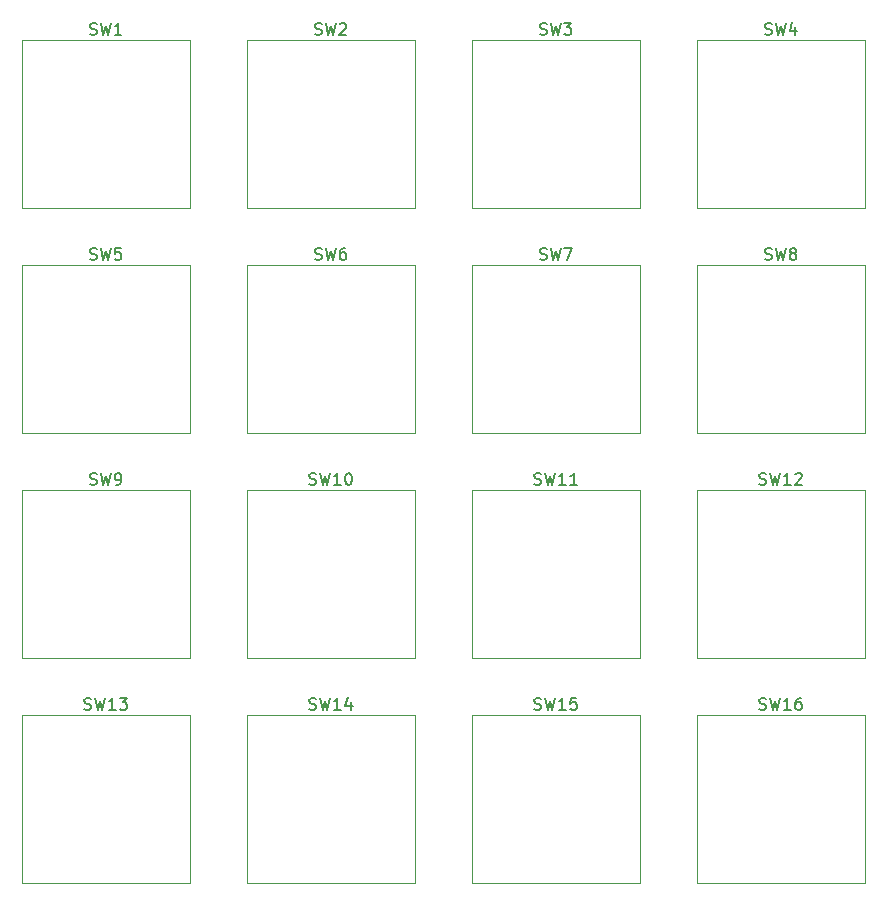
<source format=gbr>
%TF.GenerationSoftware,KiCad,Pcbnew,8.0.5*%
%TF.CreationDate,2024-10-19T01:04:11-04:00*%
%TF.ProjectId,hackpad,6861636b-7061-4642-9e6b-696361645f70,rev?*%
%TF.SameCoordinates,Original*%
%TF.FileFunction,Legend,Top*%
%TF.FilePolarity,Positive*%
%FSLAX46Y46*%
G04 Gerber Fmt 4.6, Leading zero omitted, Abs format (unit mm)*
G04 Created by KiCad (PCBNEW 8.0.5) date 2024-10-19 01:04:11*
%MOMM*%
%LPD*%
G01*
G04 APERTURE LIST*
%ADD10C,0.150000*%
%ADD11C,0.120000*%
G04 APERTURE END LIST*
D10*
X151066667Y-68607200D02*
X151209524Y-68654819D01*
X151209524Y-68654819D02*
X151447619Y-68654819D01*
X151447619Y-68654819D02*
X151542857Y-68607200D01*
X151542857Y-68607200D02*
X151590476Y-68559580D01*
X151590476Y-68559580D02*
X151638095Y-68464342D01*
X151638095Y-68464342D02*
X151638095Y-68369104D01*
X151638095Y-68369104D02*
X151590476Y-68273866D01*
X151590476Y-68273866D02*
X151542857Y-68226247D01*
X151542857Y-68226247D02*
X151447619Y-68178628D01*
X151447619Y-68178628D02*
X151257143Y-68131009D01*
X151257143Y-68131009D02*
X151161905Y-68083390D01*
X151161905Y-68083390D02*
X151114286Y-68035771D01*
X151114286Y-68035771D02*
X151066667Y-67940533D01*
X151066667Y-67940533D02*
X151066667Y-67845295D01*
X151066667Y-67845295D02*
X151114286Y-67750057D01*
X151114286Y-67750057D02*
X151161905Y-67702438D01*
X151161905Y-67702438D02*
X151257143Y-67654819D01*
X151257143Y-67654819D02*
X151495238Y-67654819D01*
X151495238Y-67654819D02*
X151638095Y-67702438D01*
X151971429Y-67654819D02*
X152209524Y-68654819D01*
X152209524Y-68654819D02*
X152400000Y-67940533D01*
X152400000Y-67940533D02*
X152590476Y-68654819D01*
X152590476Y-68654819D02*
X152828572Y-67654819D01*
X153685714Y-67654819D02*
X153209524Y-67654819D01*
X153209524Y-67654819D02*
X153161905Y-68131009D01*
X153161905Y-68131009D02*
X153209524Y-68083390D01*
X153209524Y-68083390D02*
X153304762Y-68035771D01*
X153304762Y-68035771D02*
X153542857Y-68035771D01*
X153542857Y-68035771D02*
X153638095Y-68083390D01*
X153638095Y-68083390D02*
X153685714Y-68131009D01*
X153685714Y-68131009D02*
X153733333Y-68226247D01*
X153733333Y-68226247D02*
X153733333Y-68464342D01*
X153733333Y-68464342D02*
X153685714Y-68559580D01*
X153685714Y-68559580D02*
X153638095Y-68607200D01*
X153638095Y-68607200D02*
X153542857Y-68654819D01*
X153542857Y-68654819D02*
X153304762Y-68654819D01*
X153304762Y-68654819D02*
X153209524Y-68607200D01*
X153209524Y-68607200D02*
X153161905Y-68559580D01*
X207740476Y-87657200D02*
X207883333Y-87704819D01*
X207883333Y-87704819D02*
X208121428Y-87704819D01*
X208121428Y-87704819D02*
X208216666Y-87657200D01*
X208216666Y-87657200D02*
X208264285Y-87609580D01*
X208264285Y-87609580D02*
X208311904Y-87514342D01*
X208311904Y-87514342D02*
X208311904Y-87419104D01*
X208311904Y-87419104D02*
X208264285Y-87323866D01*
X208264285Y-87323866D02*
X208216666Y-87276247D01*
X208216666Y-87276247D02*
X208121428Y-87228628D01*
X208121428Y-87228628D02*
X207930952Y-87181009D01*
X207930952Y-87181009D02*
X207835714Y-87133390D01*
X207835714Y-87133390D02*
X207788095Y-87085771D01*
X207788095Y-87085771D02*
X207740476Y-86990533D01*
X207740476Y-86990533D02*
X207740476Y-86895295D01*
X207740476Y-86895295D02*
X207788095Y-86800057D01*
X207788095Y-86800057D02*
X207835714Y-86752438D01*
X207835714Y-86752438D02*
X207930952Y-86704819D01*
X207930952Y-86704819D02*
X208169047Y-86704819D01*
X208169047Y-86704819D02*
X208311904Y-86752438D01*
X208645238Y-86704819D02*
X208883333Y-87704819D01*
X208883333Y-87704819D02*
X209073809Y-86990533D01*
X209073809Y-86990533D02*
X209264285Y-87704819D01*
X209264285Y-87704819D02*
X209502381Y-86704819D01*
X210407142Y-87704819D02*
X209835714Y-87704819D01*
X210121428Y-87704819D02*
X210121428Y-86704819D01*
X210121428Y-86704819D02*
X210026190Y-86847676D01*
X210026190Y-86847676D02*
X209930952Y-86942914D01*
X209930952Y-86942914D02*
X209835714Y-86990533D01*
X210788095Y-86800057D02*
X210835714Y-86752438D01*
X210835714Y-86752438D02*
X210930952Y-86704819D01*
X210930952Y-86704819D02*
X211169047Y-86704819D01*
X211169047Y-86704819D02*
X211264285Y-86752438D01*
X211264285Y-86752438D02*
X211311904Y-86800057D01*
X211311904Y-86800057D02*
X211359523Y-86895295D01*
X211359523Y-86895295D02*
X211359523Y-86990533D01*
X211359523Y-86990533D02*
X211311904Y-87133390D01*
X211311904Y-87133390D02*
X210740476Y-87704819D01*
X210740476Y-87704819D02*
X211359523Y-87704819D01*
X151066667Y-87657200D02*
X151209524Y-87704819D01*
X151209524Y-87704819D02*
X151447619Y-87704819D01*
X151447619Y-87704819D02*
X151542857Y-87657200D01*
X151542857Y-87657200D02*
X151590476Y-87609580D01*
X151590476Y-87609580D02*
X151638095Y-87514342D01*
X151638095Y-87514342D02*
X151638095Y-87419104D01*
X151638095Y-87419104D02*
X151590476Y-87323866D01*
X151590476Y-87323866D02*
X151542857Y-87276247D01*
X151542857Y-87276247D02*
X151447619Y-87228628D01*
X151447619Y-87228628D02*
X151257143Y-87181009D01*
X151257143Y-87181009D02*
X151161905Y-87133390D01*
X151161905Y-87133390D02*
X151114286Y-87085771D01*
X151114286Y-87085771D02*
X151066667Y-86990533D01*
X151066667Y-86990533D02*
X151066667Y-86895295D01*
X151066667Y-86895295D02*
X151114286Y-86800057D01*
X151114286Y-86800057D02*
X151161905Y-86752438D01*
X151161905Y-86752438D02*
X151257143Y-86704819D01*
X151257143Y-86704819D02*
X151495238Y-86704819D01*
X151495238Y-86704819D02*
X151638095Y-86752438D01*
X151971429Y-86704819D02*
X152209524Y-87704819D01*
X152209524Y-87704819D02*
X152400000Y-86990533D01*
X152400000Y-86990533D02*
X152590476Y-87704819D01*
X152590476Y-87704819D02*
X152828572Y-86704819D01*
X153257143Y-87704819D02*
X153447619Y-87704819D01*
X153447619Y-87704819D02*
X153542857Y-87657200D01*
X153542857Y-87657200D02*
X153590476Y-87609580D01*
X153590476Y-87609580D02*
X153685714Y-87466723D01*
X153685714Y-87466723D02*
X153733333Y-87276247D01*
X153733333Y-87276247D02*
X153733333Y-86895295D01*
X153733333Y-86895295D02*
X153685714Y-86800057D01*
X153685714Y-86800057D02*
X153638095Y-86752438D01*
X153638095Y-86752438D02*
X153542857Y-86704819D01*
X153542857Y-86704819D02*
X153352381Y-86704819D01*
X153352381Y-86704819D02*
X153257143Y-86752438D01*
X153257143Y-86752438D02*
X153209524Y-86800057D01*
X153209524Y-86800057D02*
X153161905Y-86895295D01*
X153161905Y-86895295D02*
X153161905Y-87133390D01*
X153161905Y-87133390D02*
X153209524Y-87228628D01*
X153209524Y-87228628D02*
X153257143Y-87276247D01*
X153257143Y-87276247D02*
X153352381Y-87323866D01*
X153352381Y-87323866D02*
X153542857Y-87323866D01*
X153542857Y-87323866D02*
X153638095Y-87276247D01*
X153638095Y-87276247D02*
X153685714Y-87228628D01*
X153685714Y-87228628D02*
X153733333Y-87133390D01*
X169640476Y-87657200D02*
X169783333Y-87704819D01*
X169783333Y-87704819D02*
X170021428Y-87704819D01*
X170021428Y-87704819D02*
X170116666Y-87657200D01*
X170116666Y-87657200D02*
X170164285Y-87609580D01*
X170164285Y-87609580D02*
X170211904Y-87514342D01*
X170211904Y-87514342D02*
X170211904Y-87419104D01*
X170211904Y-87419104D02*
X170164285Y-87323866D01*
X170164285Y-87323866D02*
X170116666Y-87276247D01*
X170116666Y-87276247D02*
X170021428Y-87228628D01*
X170021428Y-87228628D02*
X169830952Y-87181009D01*
X169830952Y-87181009D02*
X169735714Y-87133390D01*
X169735714Y-87133390D02*
X169688095Y-87085771D01*
X169688095Y-87085771D02*
X169640476Y-86990533D01*
X169640476Y-86990533D02*
X169640476Y-86895295D01*
X169640476Y-86895295D02*
X169688095Y-86800057D01*
X169688095Y-86800057D02*
X169735714Y-86752438D01*
X169735714Y-86752438D02*
X169830952Y-86704819D01*
X169830952Y-86704819D02*
X170069047Y-86704819D01*
X170069047Y-86704819D02*
X170211904Y-86752438D01*
X170545238Y-86704819D02*
X170783333Y-87704819D01*
X170783333Y-87704819D02*
X170973809Y-86990533D01*
X170973809Y-86990533D02*
X171164285Y-87704819D01*
X171164285Y-87704819D02*
X171402381Y-86704819D01*
X172307142Y-87704819D02*
X171735714Y-87704819D01*
X172021428Y-87704819D02*
X172021428Y-86704819D01*
X172021428Y-86704819D02*
X171926190Y-86847676D01*
X171926190Y-86847676D02*
X171830952Y-86942914D01*
X171830952Y-86942914D02*
X171735714Y-86990533D01*
X172926190Y-86704819D02*
X173021428Y-86704819D01*
X173021428Y-86704819D02*
X173116666Y-86752438D01*
X173116666Y-86752438D02*
X173164285Y-86800057D01*
X173164285Y-86800057D02*
X173211904Y-86895295D01*
X173211904Y-86895295D02*
X173259523Y-87085771D01*
X173259523Y-87085771D02*
X173259523Y-87323866D01*
X173259523Y-87323866D02*
X173211904Y-87514342D01*
X173211904Y-87514342D02*
X173164285Y-87609580D01*
X173164285Y-87609580D02*
X173116666Y-87657200D01*
X173116666Y-87657200D02*
X173021428Y-87704819D01*
X173021428Y-87704819D02*
X172926190Y-87704819D01*
X172926190Y-87704819D02*
X172830952Y-87657200D01*
X172830952Y-87657200D02*
X172783333Y-87609580D01*
X172783333Y-87609580D02*
X172735714Y-87514342D01*
X172735714Y-87514342D02*
X172688095Y-87323866D01*
X172688095Y-87323866D02*
X172688095Y-87085771D01*
X172688095Y-87085771D02*
X172735714Y-86895295D01*
X172735714Y-86895295D02*
X172783333Y-86800057D01*
X172783333Y-86800057D02*
X172830952Y-86752438D01*
X172830952Y-86752438D02*
X172926190Y-86704819D01*
X151066667Y-49557200D02*
X151209524Y-49604819D01*
X151209524Y-49604819D02*
X151447619Y-49604819D01*
X151447619Y-49604819D02*
X151542857Y-49557200D01*
X151542857Y-49557200D02*
X151590476Y-49509580D01*
X151590476Y-49509580D02*
X151638095Y-49414342D01*
X151638095Y-49414342D02*
X151638095Y-49319104D01*
X151638095Y-49319104D02*
X151590476Y-49223866D01*
X151590476Y-49223866D02*
X151542857Y-49176247D01*
X151542857Y-49176247D02*
X151447619Y-49128628D01*
X151447619Y-49128628D02*
X151257143Y-49081009D01*
X151257143Y-49081009D02*
X151161905Y-49033390D01*
X151161905Y-49033390D02*
X151114286Y-48985771D01*
X151114286Y-48985771D02*
X151066667Y-48890533D01*
X151066667Y-48890533D02*
X151066667Y-48795295D01*
X151066667Y-48795295D02*
X151114286Y-48700057D01*
X151114286Y-48700057D02*
X151161905Y-48652438D01*
X151161905Y-48652438D02*
X151257143Y-48604819D01*
X151257143Y-48604819D02*
X151495238Y-48604819D01*
X151495238Y-48604819D02*
X151638095Y-48652438D01*
X151971429Y-48604819D02*
X152209524Y-49604819D01*
X152209524Y-49604819D02*
X152400000Y-48890533D01*
X152400000Y-48890533D02*
X152590476Y-49604819D01*
X152590476Y-49604819D02*
X152828572Y-48604819D01*
X153733333Y-49604819D02*
X153161905Y-49604819D01*
X153447619Y-49604819D02*
X153447619Y-48604819D01*
X153447619Y-48604819D02*
X153352381Y-48747676D01*
X153352381Y-48747676D02*
X153257143Y-48842914D01*
X153257143Y-48842914D02*
X153161905Y-48890533D01*
X208216667Y-49557200D02*
X208359524Y-49604819D01*
X208359524Y-49604819D02*
X208597619Y-49604819D01*
X208597619Y-49604819D02*
X208692857Y-49557200D01*
X208692857Y-49557200D02*
X208740476Y-49509580D01*
X208740476Y-49509580D02*
X208788095Y-49414342D01*
X208788095Y-49414342D02*
X208788095Y-49319104D01*
X208788095Y-49319104D02*
X208740476Y-49223866D01*
X208740476Y-49223866D02*
X208692857Y-49176247D01*
X208692857Y-49176247D02*
X208597619Y-49128628D01*
X208597619Y-49128628D02*
X208407143Y-49081009D01*
X208407143Y-49081009D02*
X208311905Y-49033390D01*
X208311905Y-49033390D02*
X208264286Y-48985771D01*
X208264286Y-48985771D02*
X208216667Y-48890533D01*
X208216667Y-48890533D02*
X208216667Y-48795295D01*
X208216667Y-48795295D02*
X208264286Y-48700057D01*
X208264286Y-48700057D02*
X208311905Y-48652438D01*
X208311905Y-48652438D02*
X208407143Y-48604819D01*
X208407143Y-48604819D02*
X208645238Y-48604819D01*
X208645238Y-48604819D02*
X208788095Y-48652438D01*
X209121429Y-48604819D02*
X209359524Y-49604819D01*
X209359524Y-49604819D02*
X209550000Y-48890533D01*
X209550000Y-48890533D02*
X209740476Y-49604819D01*
X209740476Y-49604819D02*
X209978572Y-48604819D01*
X210788095Y-48938152D02*
X210788095Y-49604819D01*
X210550000Y-48557200D02*
X210311905Y-49271485D01*
X210311905Y-49271485D02*
X210930952Y-49271485D01*
X170116667Y-68607200D02*
X170259524Y-68654819D01*
X170259524Y-68654819D02*
X170497619Y-68654819D01*
X170497619Y-68654819D02*
X170592857Y-68607200D01*
X170592857Y-68607200D02*
X170640476Y-68559580D01*
X170640476Y-68559580D02*
X170688095Y-68464342D01*
X170688095Y-68464342D02*
X170688095Y-68369104D01*
X170688095Y-68369104D02*
X170640476Y-68273866D01*
X170640476Y-68273866D02*
X170592857Y-68226247D01*
X170592857Y-68226247D02*
X170497619Y-68178628D01*
X170497619Y-68178628D02*
X170307143Y-68131009D01*
X170307143Y-68131009D02*
X170211905Y-68083390D01*
X170211905Y-68083390D02*
X170164286Y-68035771D01*
X170164286Y-68035771D02*
X170116667Y-67940533D01*
X170116667Y-67940533D02*
X170116667Y-67845295D01*
X170116667Y-67845295D02*
X170164286Y-67750057D01*
X170164286Y-67750057D02*
X170211905Y-67702438D01*
X170211905Y-67702438D02*
X170307143Y-67654819D01*
X170307143Y-67654819D02*
X170545238Y-67654819D01*
X170545238Y-67654819D02*
X170688095Y-67702438D01*
X171021429Y-67654819D02*
X171259524Y-68654819D01*
X171259524Y-68654819D02*
X171450000Y-67940533D01*
X171450000Y-67940533D02*
X171640476Y-68654819D01*
X171640476Y-68654819D02*
X171878572Y-67654819D01*
X172688095Y-67654819D02*
X172497619Y-67654819D01*
X172497619Y-67654819D02*
X172402381Y-67702438D01*
X172402381Y-67702438D02*
X172354762Y-67750057D01*
X172354762Y-67750057D02*
X172259524Y-67892914D01*
X172259524Y-67892914D02*
X172211905Y-68083390D01*
X172211905Y-68083390D02*
X172211905Y-68464342D01*
X172211905Y-68464342D02*
X172259524Y-68559580D01*
X172259524Y-68559580D02*
X172307143Y-68607200D01*
X172307143Y-68607200D02*
X172402381Y-68654819D01*
X172402381Y-68654819D02*
X172592857Y-68654819D01*
X172592857Y-68654819D02*
X172688095Y-68607200D01*
X172688095Y-68607200D02*
X172735714Y-68559580D01*
X172735714Y-68559580D02*
X172783333Y-68464342D01*
X172783333Y-68464342D02*
X172783333Y-68226247D01*
X172783333Y-68226247D02*
X172735714Y-68131009D01*
X172735714Y-68131009D02*
X172688095Y-68083390D01*
X172688095Y-68083390D02*
X172592857Y-68035771D01*
X172592857Y-68035771D02*
X172402381Y-68035771D01*
X172402381Y-68035771D02*
X172307143Y-68083390D01*
X172307143Y-68083390D02*
X172259524Y-68131009D01*
X172259524Y-68131009D02*
X172211905Y-68226247D01*
X207740476Y-106707200D02*
X207883333Y-106754819D01*
X207883333Y-106754819D02*
X208121428Y-106754819D01*
X208121428Y-106754819D02*
X208216666Y-106707200D01*
X208216666Y-106707200D02*
X208264285Y-106659580D01*
X208264285Y-106659580D02*
X208311904Y-106564342D01*
X208311904Y-106564342D02*
X208311904Y-106469104D01*
X208311904Y-106469104D02*
X208264285Y-106373866D01*
X208264285Y-106373866D02*
X208216666Y-106326247D01*
X208216666Y-106326247D02*
X208121428Y-106278628D01*
X208121428Y-106278628D02*
X207930952Y-106231009D01*
X207930952Y-106231009D02*
X207835714Y-106183390D01*
X207835714Y-106183390D02*
X207788095Y-106135771D01*
X207788095Y-106135771D02*
X207740476Y-106040533D01*
X207740476Y-106040533D02*
X207740476Y-105945295D01*
X207740476Y-105945295D02*
X207788095Y-105850057D01*
X207788095Y-105850057D02*
X207835714Y-105802438D01*
X207835714Y-105802438D02*
X207930952Y-105754819D01*
X207930952Y-105754819D02*
X208169047Y-105754819D01*
X208169047Y-105754819D02*
X208311904Y-105802438D01*
X208645238Y-105754819D02*
X208883333Y-106754819D01*
X208883333Y-106754819D02*
X209073809Y-106040533D01*
X209073809Y-106040533D02*
X209264285Y-106754819D01*
X209264285Y-106754819D02*
X209502381Y-105754819D01*
X210407142Y-106754819D02*
X209835714Y-106754819D01*
X210121428Y-106754819D02*
X210121428Y-105754819D01*
X210121428Y-105754819D02*
X210026190Y-105897676D01*
X210026190Y-105897676D02*
X209930952Y-105992914D01*
X209930952Y-105992914D02*
X209835714Y-106040533D01*
X211264285Y-105754819D02*
X211073809Y-105754819D01*
X211073809Y-105754819D02*
X210978571Y-105802438D01*
X210978571Y-105802438D02*
X210930952Y-105850057D01*
X210930952Y-105850057D02*
X210835714Y-105992914D01*
X210835714Y-105992914D02*
X210788095Y-106183390D01*
X210788095Y-106183390D02*
X210788095Y-106564342D01*
X210788095Y-106564342D02*
X210835714Y-106659580D01*
X210835714Y-106659580D02*
X210883333Y-106707200D01*
X210883333Y-106707200D02*
X210978571Y-106754819D01*
X210978571Y-106754819D02*
X211169047Y-106754819D01*
X211169047Y-106754819D02*
X211264285Y-106707200D01*
X211264285Y-106707200D02*
X211311904Y-106659580D01*
X211311904Y-106659580D02*
X211359523Y-106564342D01*
X211359523Y-106564342D02*
X211359523Y-106326247D01*
X211359523Y-106326247D02*
X211311904Y-106231009D01*
X211311904Y-106231009D02*
X211264285Y-106183390D01*
X211264285Y-106183390D02*
X211169047Y-106135771D01*
X211169047Y-106135771D02*
X210978571Y-106135771D01*
X210978571Y-106135771D02*
X210883333Y-106183390D01*
X210883333Y-106183390D02*
X210835714Y-106231009D01*
X210835714Y-106231009D02*
X210788095Y-106326247D01*
X170116667Y-49557200D02*
X170259524Y-49604819D01*
X170259524Y-49604819D02*
X170497619Y-49604819D01*
X170497619Y-49604819D02*
X170592857Y-49557200D01*
X170592857Y-49557200D02*
X170640476Y-49509580D01*
X170640476Y-49509580D02*
X170688095Y-49414342D01*
X170688095Y-49414342D02*
X170688095Y-49319104D01*
X170688095Y-49319104D02*
X170640476Y-49223866D01*
X170640476Y-49223866D02*
X170592857Y-49176247D01*
X170592857Y-49176247D02*
X170497619Y-49128628D01*
X170497619Y-49128628D02*
X170307143Y-49081009D01*
X170307143Y-49081009D02*
X170211905Y-49033390D01*
X170211905Y-49033390D02*
X170164286Y-48985771D01*
X170164286Y-48985771D02*
X170116667Y-48890533D01*
X170116667Y-48890533D02*
X170116667Y-48795295D01*
X170116667Y-48795295D02*
X170164286Y-48700057D01*
X170164286Y-48700057D02*
X170211905Y-48652438D01*
X170211905Y-48652438D02*
X170307143Y-48604819D01*
X170307143Y-48604819D02*
X170545238Y-48604819D01*
X170545238Y-48604819D02*
X170688095Y-48652438D01*
X171021429Y-48604819D02*
X171259524Y-49604819D01*
X171259524Y-49604819D02*
X171450000Y-48890533D01*
X171450000Y-48890533D02*
X171640476Y-49604819D01*
X171640476Y-49604819D02*
X171878572Y-48604819D01*
X172211905Y-48700057D02*
X172259524Y-48652438D01*
X172259524Y-48652438D02*
X172354762Y-48604819D01*
X172354762Y-48604819D02*
X172592857Y-48604819D01*
X172592857Y-48604819D02*
X172688095Y-48652438D01*
X172688095Y-48652438D02*
X172735714Y-48700057D01*
X172735714Y-48700057D02*
X172783333Y-48795295D01*
X172783333Y-48795295D02*
X172783333Y-48890533D01*
X172783333Y-48890533D02*
X172735714Y-49033390D01*
X172735714Y-49033390D02*
X172164286Y-49604819D01*
X172164286Y-49604819D02*
X172783333Y-49604819D01*
X150590476Y-106707200D02*
X150733333Y-106754819D01*
X150733333Y-106754819D02*
X150971428Y-106754819D01*
X150971428Y-106754819D02*
X151066666Y-106707200D01*
X151066666Y-106707200D02*
X151114285Y-106659580D01*
X151114285Y-106659580D02*
X151161904Y-106564342D01*
X151161904Y-106564342D02*
X151161904Y-106469104D01*
X151161904Y-106469104D02*
X151114285Y-106373866D01*
X151114285Y-106373866D02*
X151066666Y-106326247D01*
X151066666Y-106326247D02*
X150971428Y-106278628D01*
X150971428Y-106278628D02*
X150780952Y-106231009D01*
X150780952Y-106231009D02*
X150685714Y-106183390D01*
X150685714Y-106183390D02*
X150638095Y-106135771D01*
X150638095Y-106135771D02*
X150590476Y-106040533D01*
X150590476Y-106040533D02*
X150590476Y-105945295D01*
X150590476Y-105945295D02*
X150638095Y-105850057D01*
X150638095Y-105850057D02*
X150685714Y-105802438D01*
X150685714Y-105802438D02*
X150780952Y-105754819D01*
X150780952Y-105754819D02*
X151019047Y-105754819D01*
X151019047Y-105754819D02*
X151161904Y-105802438D01*
X151495238Y-105754819D02*
X151733333Y-106754819D01*
X151733333Y-106754819D02*
X151923809Y-106040533D01*
X151923809Y-106040533D02*
X152114285Y-106754819D01*
X152114285Y-106754819D02*
X152352381Y-105754819D01*
X153257142Y-106754819D02*
X152685714Y-106754819D01*
X152971428Y-106754819D02*
X152971428Y-105754819D01*
X152971428Y-105754819D02*
X152876190Y-105897676D01*
X152876190Y-105897676D02*
X152780952Y-105992914D01*
X152780952Y-105992914D02*
X152685714Y-106040533D01*
X153590476Y-105754819D02*
X154209523Y-105754819D01*
X154209523Y-105754819D02*
X153876190Y-106135771D01*
X153876190Y-106135771D02*
X154019047Y-106135771D01*
X154019047Y-106135771D02*
X154114285Y-106183390D01*
X154114285Y-106183390D02*
X154161904Y-106231009D01*
X154161904Y-106231009D02*
X154209523Y-106326247D01*
X154209523Y-106326247D02*
X154209523Y-106564342D01*
X154209523Y-106564342D02*
X154161904Y-106659580D01*
X154161904Y-106659580D02*
X154114285Y-106707200D01*
X154114285Y-106707200D02*
X154019047Y-106754819D01*
X154019047Y-106754819D02*
X153733333Y-106754819D01*
X153733333Y-106754819D02*
X153638095Y-106707200D01*
X153638095Y-106707200D02*
X153590476Y-106659580D01*
X169640476Y-106707200D02*
X169783333Y-106754819D01*
X169783333Y-106754819D02*
X170021428Y-106754819D01*
X170021428Y-106754819D02*
X170116666Y-106707200D01*
X170116666Y-106707200D02*
X170164285Y-106659580D01*
X170164285Y-106659580D02*
X170211904Y-106564342D01*
X170211904Y-106564342D02*
X170211904Y-106469104D01*
X170211904Y-106469104D02*
X170164285Y-106373866D01*
X170164285Y-106373866D02*
X170116666Y-106326247D01*
X170116666Y-106326247D02*
X170021428Y-106278628D01*
X170021428Y-106278628D02*
X169830952Y-106231009D01*
X169830952Y-106231009D02*
X169735714Y-106183390D01*
X169735714Y-106183390D02*
X169688095Y-106135771D01*
X169688095Y-106135771D02*
X169640476Y-106040533D01*
X169640476Y-106040533D02*
X169640476Y-105945295D01*
X169640476Y-105945295D02*
X169688095Y-105850057D01*
X169688095Y-105850057D02*
X169735714Y-105802438D01*
X169735714Y-105802438D02*
X169830952Y-105754819D01*
X169830952Y-105754819D02*
X170069047Y-105754819D01*
X170069047Y-105754819D02*
X170211904Y-105802438D01*
X170545238Y-105754819D02*
X170783333Y-106754819D01*
X170783333Y-106754819D02*
X170973809Y-106040533D01*
X170973809Y-106040533D02*
X171164285Y-106754819D01*
X171164285Y-106754819D02*
X171402381Y-105754819D01*
X172307142Y-106754819D02*
X171735714Y-106754819D01*
X172021428Y-106754819D02*
X172021428Y-105754819D01*
X172021428Y-105754819D02*
X171926190Y-105897676D01*
X171926190Y-105897676D02*
X171830952Y-105992914D01*
X171830952Y-105992914D02*
X171735714Y-106040533D01*
X173164285Y-106088152D02*
X173164285Y-106754819D01*
X172926190Y-105707200D02*
X172688095Y-106421485D01*
X172688095Y-106421485D02*
X173307142Y-106421485D01*
X188690476Y-106707200D02*
X188833333Y-106754819D01*
X188833333Y-106754819D02*
X189071428Y-106754819D01*
X189071428Y-106754819D02*
X189166666Y-106707200D01*
X189166666Y-106707200D02*
X189214285Y-106659580D01*
X189214285Y-106659580D02*
X189261904Y-106564342D01*
X189261904Y-106564342D02*
X189261904Y-106469104D01*
X189261904Y-106469104D02*
X189214285Y-106373866D01*
X189214285Y-106373866D02*
X189166666Y-106326247D01*
X189166666Y-106326247D02*
X189071428Y-106278628D01*
X189071428Y-106278628D02*
X188880952Y-106231009D01*
X188880952Y-106231009D02*
X188785714Y-106183390D01*
X188785714Y-106183390D02*
X188738095Y-106135771D01*
X188738095Y-106135771D02*
X188690476Y-106040533D01*
X188690476Y-106040533D02*
X188690476Y-105945295D01*
X188690476Y-105945295D02*
X188738095Y-105850057D01*
X188738095Y-105850057D02*
X188785714Y-105802438D01*
X188785714Y-105802438D02*
X188880952Y-105754819D01*
X188880952Y-105754819D02*
X189119047Y-105754819D01*
X189119047Y-105754819D02*
X189261904Y-105802438D01*
X189595238Y-105754819D02*
X189833333Y-106754819D01*
X189833333Y-106754819D02*
X190023809Y-106040533D01*
X190023809Y-106040533D02*
X190214285Y-106754819D01*
X190214285Y-106754819D02*
X190452381Y-105754819D01*
X191357142Y-106754819D02*
X190785714Y-106754819D01*
X191071428Y-106754819D02*
X191071428Y-105754819D01*
X191071428Y-105754819D02*
X190976190Y-105897676D01*
X190976190Y-105897676D02*
X190880952Y-105992914D01*
X190880952Y-105992914D02*
X190785714Y-106040533D01*
X192261904Y-105754819D02*
X191785714Y-105754819D01*
X191785714Y-105754819D02*
X191738095Y-106231009D01*
X191738095Y-106231009D02*
X191785714Y-106183390D01*
X191785714Y-106183390D02*
X191880952Y-106135771D01*
X191880952Y-106135771D02*
X192119047Y-106135771D01*
X192119047Y-106135771D02*
X192214285Y-106183390D01*
X192214285Y-106183390D02*
X192261904Y-106231009D01*
X192261904Y-106231009D02*
X192309523Y-106326247D01*
X192309523Y-106326247D02*
X192309523Y-106564342D01*
X192309523Y-106564342D02*
X192261904Y-106659580D01*
X192261904Y-106659580D02*
X192214285Y-106707200D01*
X192214285Y-106707200D02*
X192119047Y-106754819D01*
X192119047Y-106754819D02*
X191880952Y-106754819D01*
X191880952Y-106754819D02*
X191785714Y-106707200D01*
X191785714Y-106707200D02*
X191738095Y-106659580D01*
X189166667Y-68607200D02*
X189309524Y-68654819D01*
X189309524Y-68654819D02*
X189547619Y-68654819D01*
X189547619Y-68654819D02*
X189642857Y-68607200D01*
X189642857Y-68607200D02*
X189690476Y-68559580D01*
X189690476Y-68559580D02*
X189738095Y-68464342D01*
X189738095Y-68464342D02*
X189738095Y-68369104D01*
X189738095Y-68369104D02*
X189690476Y-68273866D01*
X189690476Y-68273866D02*
X189642857Y-68226247D01*
X189642857Y-68226247D02*
X189547619Y-68178628D01*
X189547619Y-68178628D02*
X189357143Y-68131009D01*
X189357143Y-68131009D02*
X189261905Y-68083390D01*
X189261905Y-68083390D02*
X189214286Y-68035771D01*
X189214286Y-68035771D02*
X189166667Y-67940533D01*
X189166667Y-67940533D02*
X189166667Y-67845295D01*
X189166667Y-67845295D02*
X189214286Y-67750057D01*
X189214286Y-67750057D02*
X189261905Y-67702438D01*
X189261905Y-67702438D02*
X189357143Y-67654819D01*
X189357143Y-67654819D02*
X189595238Y-67654819D01*
X189595238Y-67654819D02*
X189738095Y-67702438D01*
X190071429Y-67654819D02*
X190309524Y-68654819D01*
X190309524Y-68654819D02*
X190500000Y-67940533D01*
X190500000Y-67940533D02*
X190690476Y-68654819D01*
X190690476Y-68654819D02*
X190928572Y-67654819D01*
X191214286Y-67654819D02*
X191880952Y-67654819D01*
X191880952Y-67654819D02*
X191452381Y-68654819D01*
X208216667Y-68607200D02*
X208359524Y-68654819D01*
X208359524Y-68654819D02*
X208597619Y-68654819D01*
X208597619Y-68654819D02*
X208692857Y-68607200D01*
X208692857Y-68607200D02*
X208740476Y-68559580D01*
X208740476Y-68559580D02*
X208788095Y-68464342D01*
X208788095Y-68464342D02*
X208788095Y-68369104D01*
X208788095Y-68369104D02*
X208740476Y-68273866D01*
X208740476Y-68273866D02*
X208692857Y-68226247D01*
X208692857Y-68226247D02*
X208597619Y-68178628D01*
X208597619Y-68178628D02*
X208407143Y-68131009D01*
X208407143Y-68131009D02*
X208311905Y-68083390D01*
X208311905Y-68083390D02*
X208264286Y-68035771D01*
X208264286Y-68035771D02*
X208216667Y-67940533D01*
X208216667Y-67940533D02*
X208216667Y-67845295D01*
X208216667Y-67845295D02*
X208264286Y-67750057D01*
X208264286Y-67750057D02*
X208311905Y-67702438D01*
X208311905Y-67702438D02*
X208407143Y-67654819D01*
X208407143Y-67654819D02*
X208645238Y-67654819D01*
X208645238Y-67654819D02*
X208788095Y-67702438D01*
X209121429Y-67654819D02*
X209359524Y-68654819D01*
X209359524Y-68654819D02*
X209550000Y-67940533D01*
X209550000Y-67940533D02*
X209740476Y-68654819D01*
X209740476Y-68654819D02*
X209978572Y-67654819D01*
X210502381Y-68083390D02*
X210407143Y-68035771D01*
X210407143Y-68035771D02*
X210359524Y-67988152D01*
X210359524Y-67988152D02*
X210311905Y-67892914D01*
X210311905Y-67892914D02*
X210311905Y-67845295D01*
X210311905Y-67845295D02*
X210359524Y-67750057D01*
X210359524Y-67750057D02*
X210407143Y-67702438D01*
X210407143Y-67702438D02*
X210502381Y-67654819D01*
X210502381Y-67654819D02*
X210692857Y-67654819D01*
X210692857Y-67654819D02*
X210788095Y-67702438D01*
X210788095Y-67702438D02*
X210835714Y-67750057D01*
X210835714Y-67750057D02*
X210883333Y-67845295D01*
X210883333Y-67845295D02*
X210883333Y-67892914D01*
X210883333Y-67892914D02*
X210835714Y-67988152D01*
X210835714Y-67988152D02*
X210788095Y-68035771D01*
X210788095Y-68035771D02*
X210692857Y-68083390D01*
X210692857Y-68083390D02*
X210502381Y-68083390D01*
X210502381Y-68083390D02*
X210407143Y-68131009D01*
X210407143Y-68131009D02*
X210359524Y-68178628D01*
X210359524Y-68178628D02*
X210311905Y-68273866D01*
X210311905Y-68273866D02*
X210311905Y-68464342D01*
X210311905Y-68464342D02*
X210359524Y-68559580D01*
X210359524Y-68559580D02*
X210407143Y-68607200D01*
X210407143Y-68607200D02*
X210502381Y-68654819D01*
X210502381Y-68654819D02*
X210692857Y-68654819D01*
X210692857Y-68654819D02*
X210788095Y-68607200D01*
X210788095Y-68607200D02*
X210835714Y-68559580D01*
X210835714Y-68559580D02*
X210883333Y-68464342D01*
X210883333Y-68464342D02*
X210883333Y-68273866D01*
X210883333Y-68273866D02*
X210835714Y-68178628D01*
X210835714Y-68178628D02*
X210788095Y-68131009D01*
X210788095Y-68131009D02*
X210692857Y-68083390D01*
X189166667Y-49557200D02*
X189309524Y-49604819D01*
X189309524Y-49604819D02*
X189547619Y-49604819D01*
X189547619Y-49604819D02*
X189642857Y-49557200D01*
X189642857Y-49557200D02*
X189690476Y-49509580D01*
X189690476Y-49509580D02*
X189738095Y-49414342D01*
X189738095Y-49414342D02*
X189738095Y-49319104D01*
X189738095Y-49319104D02*
X189690476Y-49223866D01*
X189690476Y-49223866D02*
X189642857Y-49176247D01*
X189642857Y-49176247D02*
X189547619Y-49128628D01*
X189547619Y-49128628D02*
X189357143Y-49081009D01*
X189357143Y-49081009D02*
X189261905Y-49033390D01*
X189261905Y-49033390D02*
X189214286Y-48985771D01*
X189214286Y-48985771D02*
X189166667Y-48890533D01*
X189166667Y-48890533D02*
X189166667Y-48795295D01*
X189166667Y-48795295D02*
X189214286Y-48700057D01*
X189214286Y-48700057D02*
X189261905Y-48652438D01*
X189261905Y-48652438D02*
X189357143Y-48604819D01*
X189357143Y-48604819D02*
X189595238Y-48604819D01*
X189595238Y-48604819D02*
X189738095Y-48652438D01*
X190071429Y-48604819D02*
X190309524Y-49604819D01*
X190309524Y-49604819D02*
X190500000Y-48890533D01*
X190500000Y-48890533D02*
X190690476Y-49604819D01*
X190690476Y-49604819D02*
X190928572Y-48604819D01*
X191214286Y-48604819D02*
X191833333Y-48604819D01*
X191833333Y-48604819D02*
X191500000Y-48985771D01*
X191500000Y-48985771D02*
X191642857Y-48985771D01*
X191642857Y-48985771D02*
X191738095Y-49033390D01*
X191738095Y-49033390D02*
X191785714Y-49081009D01*
X191785714Y-49081009D02*
X191833333Y-49176247D01*
X191833333Y-49176247D02*
X191833333Y-49414342D01*
X191833333Y-49414342D02*
X191785714Y-49509580D01*
X191785714Y-49509580D02*
X191738095Y-49557200D01*
X191738095Y-49557200D02*
X191642857Y-49604819D01*
X191642857Y-49604819D02*
X191357143Y-49604819D01*
X191357143Y-49604819D02*
X191261905Y-49557200D01*
X191261905Y-49557200D02*
X191214286Y-49509580D01*
X188690476Y-87657200D02*
X188833333Y-87704819D01*
X188833333Y-87704819D02*
X189071428Y-87704819D01*
X189071428Y-87704819D02*
X189166666Y-87657200D01*
X189166666Y-87657200D02*
X189214285Y-87609580D01*
X189214285Y-87609580D02*
X189261904Y-87514342D01*
X189261904Y-87514342D02*
X189261904Y-87419104D01*
X189261904Y-87419104D02*
X189214285Y-87323866D01*
X189214285Y-87323866D02*
X189166666Y-87276247D01*
X189166666Y-87276247D02*
X189071428Y-87228628D01*
X189071428Y-87228628D02*
X188880952Y-87181009D01*
X188880952Y-87181009D02*
X188785714Y-87133390D01*
X188785714Y-87133390D02*
X188738095Y-87085771D01*
X188738095Y-87085771D02*
X188690476Y-86990533D01*
X188690476Y-86990533D02*
X188690476Y-86895295D01*
X188690476Y-86895295D02*
X188738095Y-86800057D01*
X188738095Y-86800057D02*
X188785714Y-86752438D01*
X188785714Y-86752438D02*
X188880952Y-86704819D01*
X188880952Y-86704819D02*
X189119047Y-86704819D01*
X189119047Y-86704819D02*
X189261904Y-86752438D01*
X189595238Y-86704819D02*
X189833333Y-87704819D01*
X189833333Y-87704819D02*
X190023809Y-86990533D01*
X190023809Y-86990533D02*
X190214285Y-87704819D01*
X190214285Y-87704819D02*
X190452381Y-86704819D01*
X191357142Y-87704819D02*
X190785714Y-87704819D01*
X191071428Y-87704819D02*
X191071428Y-86704819D01*
X191071428Y-86704819D02*
X190976190Y-86847676D01*
X190976190Y-86847676D02*
X190880952Y-86942914D01*
X190880952Y-86942914D02*
X190785714Y-86990533D01*
X192309523Y-87704819D02*
X191738095Y-87704819D01*
X192023809Y-87704819D02*
X192023809Y-86704819D01*
X192023809Y-86704819D02*
X191928571Y-86847676D01*
X191928571Y-86847676D02*
X191833333Y-86942914D01*
X191833333Y-86942914D02*
X191738095Y-86990533D01*
D11*
%TO.C,SW5*%
X145300000Y-69100000D02*
X145300000Y-83300000D01*
X145300000Y-83300000D02*
X159500000Y-83300000D01*
X159500000Y-69100000D02*
X145300000Y-69100000D01*
X159500000Y-83300000D02*
X159500000Y-69100000D01*
%TO.C,SW12*%
X202450000Y-88150000D02*
X202450000Y-102350000D01*
X202450000Y-102350000D02*
X216650000Y-102350000D01*
X216650000Y-88150000D02*
X202450000Y-88150000D01*
X216650000Y-102350000D02*
X216650000Y-88150000D01*
%TO.C,SW9*%
X145300000Y-88150000D02*
X145300000Y-102350000D01*
X145300000Y-102350000D02*
X159500000Y-102350000D01*
X159500000Y-88150000D02*
X145300000Y-88150000D01*
X159500000Y-102350000D02*
X159500000Y-88150000D01*
%TO.C,SW10*%
X164350000Y-88150000D02*
X164350000Y-102350000D01*
X164350000Y-102350000D02*
X178550000Y-102350000D01*
X178550000Y-88150000D02*
X164350000Y-88150000D01*
X178550000Y-102350000D02*
X178550000Y-88150000D01*
%TO.C,SW1*%
X145300000Y-50050000D02*
X145300000Y-64250000D01*
X145300000Y-64250000D02*
X159500000Y-64250000D01*
X159500000Y-50050000D02*
X145300000Y-50050000D01*
X159500000Y-64250000D02*
X159500000Y-50050000D01*
%TO.C,SW4*%
X202450000Y-50050000D02*
X202450000Y-64250000D01*
X202450000Y-64250000D02*
X216650000Y-64250000D01*
X216650000Y-50050000D02*
X202450000Y-50050000D01*
X216650000Y-64250000D02*
X216650000Y-50050000D01*
%TO.C,SW6*%
X164350000Y-69100000D02*
X164350000Y-83300000D01*
X164350000Y-83300000D02*
X178550000Y-83300000D01*
X178550000Y-69100000D02*
X164350000Y-69100000D01*
X178550000Y-83300000D02*
X178550000Y-69100000D01*
%TO.C,SW16*%
X202450000Y-107200000D02*
X202450000Y-121400000D01*
X202450000Y-121400000D02*
X216650000Y-121400000D01*
X216650000Y-107200000D02*
X202450000Y-107200000D01*
X216650000Y-121400000D02*
X216650000Y-107200000D01*
%TO.C,SW2*%
X164350000Y-50050000D02*
X164350000Y-64250000D01*
X164350000Y-64250000D02*
X178550000Y-64250000D01*
X178550000Y-50050000D02*
X164350000Y-50050000D01*
X178550000Y-64250000D02*
X178550000Y-50050000D01*
%TO.C,SW13*%
X145300000Y-107200000D02*
X145300000Y-121400000D01*
X145300000Y-121400000D02*
X159500000Y-121400000D01*
X159500000Y-107200000D02*
X145300000Y-107200000D01*
X159500000Y-121400000D02*
X159500000Y-107200000D01*
%TO.C,SW14*%
X164350000Y-107200000D02*
X164350000Y-121400000D01*
X164350000Y-121400000D02*
X178550000Y-121400000D01*
X178550000Y-107200000D02*
X164350000Y-107200000D01*
X178550000Y-121400000D02*
X178550000Y-107200000D01*
%TO.C,SW15*%
X183400000Y-107200000D02*
X183400000Y-121400000D01*
X183400000Y-121400000D02*
X197600000Y-121400000D01*
X197600000Y-107200000D02*
X183400000Y-107200000D01*
X197600000Y-121400000D02*
X197600000Y-107200000D01*
%TO.C,SW7*%
X183400000Y-69100000D02*
X183400000Y-83300000D01*
X183400000Y-83300000D02*
X197600000Y-83300000D01*
X197600000Y-69100000D02*
X183400000Y-69100000D01*
X197600000Y-83300000D02*
X197600000Y-69100000D01*
%TO.C,SW8*%
X202450000Y-69100000D02*
X202450000Y-83300000D01*
X202450000Y-83300000D02*
X216650000Y-83300000D01*
X216650000Y-69100000D02*
X202450000Y-69100000D01*
X216650000Y-83300000D02*
X216650000Y-69100000D01*
%TO.C,SW3*%
X183400000Y-50050000D02*
X183400000Y-64250000D01*
X183400000Y-64250000D02*
X197600000Y-64250000D01*
X197600000Y-50050000D02*
X183400000Y-50050000D01*
X197600000Y-64250000D02*
X197600000Y-50050000D01*
%TO.C,SW11*%
X183400000Y-88150000D02*
X183400000Y-102350000D01*
X183400000Y-102350000D02*
X197600000Y-102350000D01*
X197600000Y-88150000D02*
X183400000Y-88150000D01*
X197600000Y-102350000D02*
X197600000Y-88150000D01*
%TD*%
M02*

</source>
